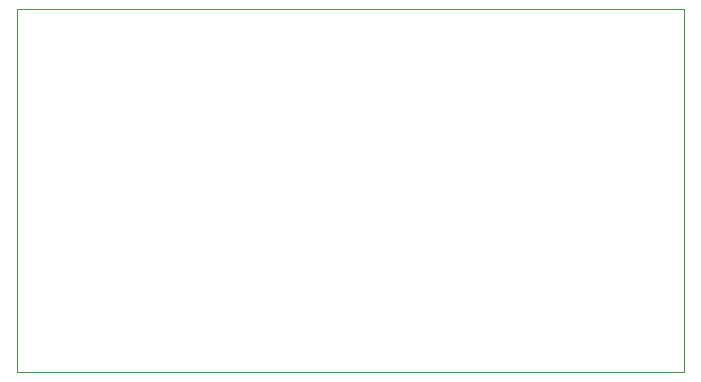
<source format=gbr>
%TF.GenerationSoftware,KiCad,Pcbnew,6.0.2+dfsg-1~bpo11+1*%
%TF.CreationDate,2022-03-03T13:43:20-05:00*%
%TF.ProjectId,RFM98PW-433S2_breakout,52464d39-3850-4572-9d34-333353325f62,rev?*%
%TF.SameCoordinates,Original*%
%TF.FileFunction,Profile,NP*%
%FSLAX46Y46*%
G04 Gerber Fmt 4.6, Leading zero omitted, Abs format (unit mm)*
G04 Created by KiCad (PCBNEW 6.0.2+dfsg-1~bpo11+1) date 2022-03-03 13:43:20*
%MOMM*%
%LPD*%
G01*
G04 APERTURE LIST*
%TA.AperFunction,Profile*%
%ADD10C,0.100000*%
%TD*%
G04 APERTURE END LIST*
D10*
X175082200Y-114300000D02*
X118618000Y-114300000D01*
X118618000Y-114300000D02*
X118618000Y-83566000D01*
X118618000Y-83566000D02*
X175082200Y-83566000D01*
X175082200Y-83566000D02*
X175082200Y-114300000D01*
M02*

</source>
